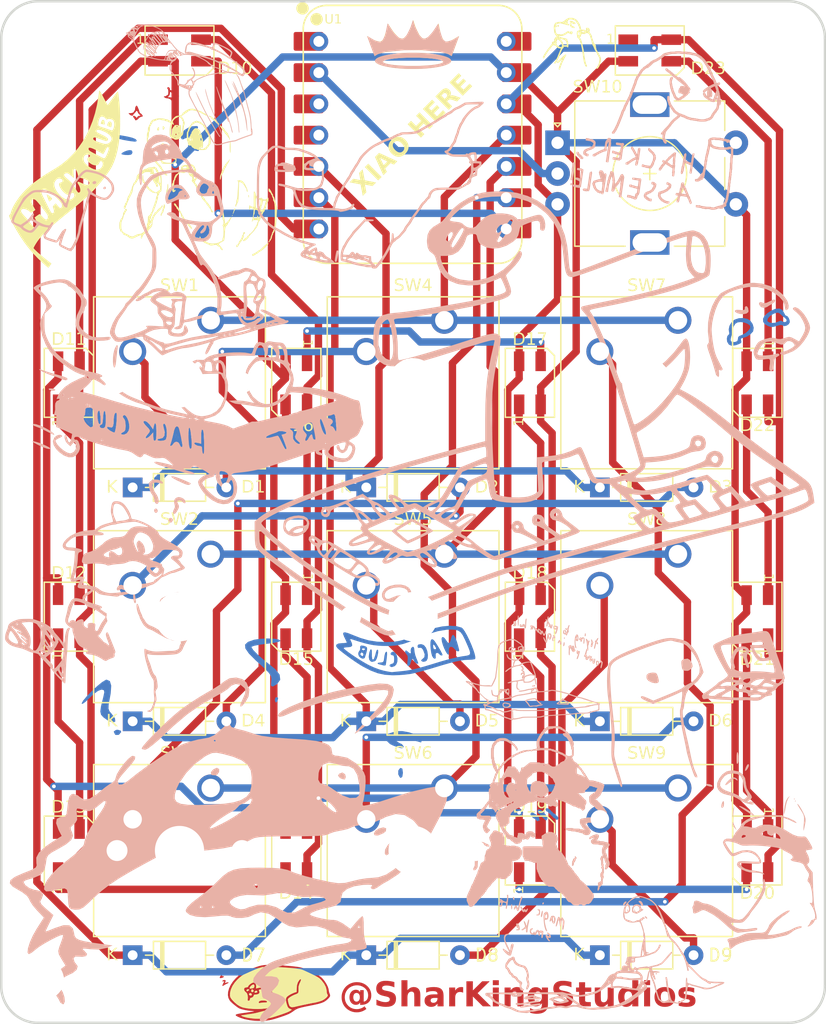
<source format=kicad_pcb>
(kicad_pcb (version 20240108) (generator "pcbnew") (generator_version "8.0")
  (title_block (title "SplashPad") (date "2025-02-07") (rev "1") (company "Logan Peterson"))
  (layers (0 "F.Cu" signal) (31 "B.Cu" signal) (34 "B.Paste" user) (35 "F.Paste" user) (36 "B.SilkS" user "B.Silkscreen") (37 "F.SilkS" user "F.Silkscreen") (38 "B.Mask" user) (39 "F.Mask" user) (44 "Edge.Cuts" user))
  (net 0 "")
  (net 1 "Net-(D1-A)")
  (net 2 "unconnected-(U1-VBUS-Pad14)")
  (net 3 "LED Data")
  (net 4 "+3.3V")
  (net 5 "GND")
  (net 6 "Net-(D10-DOUT)")
  (net 7 "Net-(D11-DOUT)")
  (net 8 "Row 0")
  (net 9 "Row 1")
  (net 10 "Row 2")
  (net 11 "Column 0")
  (net 12 "Column 1")
  (net 13 "Column 2")
  (net 14 "Pot Analog 1")
  (net 15 "Pot Button 1")
  (net 16 "Pot Analog 2")
  (net 17 "Pot Button 2")
  (net 18 "Net-(D2-A)")
  (net 19 "Net-(D3-A)")
  (net 20 "Net-(D4-A)")
  (net 21 "Net-(D5-A)")
  (net 22 "Net-(D6-A)")
  (net 23 "Net-(D7-A)")
  (net 24 "Net-(D8-A)")
  (net 25 "Net-(D9-A)")
  (net 26 "Net-(D12-DOUT)")
  (net 27 "Net-(D13-DOUT)")
  (net 28 "Net-(D14-DOUT)")
  (net 29 "Net-(D15-DOUT)")
  (net 30 "Net-(D16-DOUT)")
  (net 31 "Net-(D17-DOUT)")
  (net 32 "Net-(D18-DOUT)")
  (net 33 "Net-(D19-DOUT)")
  (net 34 "Net-(D20-DOUT)")
  (net 35 "Net-(D21-DOUT)")
  (net 36 "Net-(D22-DOUT)")
  (net 38 "unconnected-(U1-GPIO29{slash}ADC3{slash}A3-Pad4)")
  (footprint "LED_SMD:LED_SK6812MINI_PLCC4_3.5x3.5mm_P1.75mm" (layer "F.Cu") (at 138.5 135.5 90)
    (property "Reference" "D13")
    (property "Value" "SK6812MINI" (hide yes))
  )
  (footprint "LED_SMD:LED_SK6812MINI_PLCC4_3.5x3.5mm_P1.75mm" (layer "F.Cu") (at 176 116.5 90)
    (property "Reference" "D18")
    (property "Value" "SK6812MINI" (hide yes))
  )
  (footprint "Diode_THT:D_DO-35_SOD27_P7.62mm_Horizontal" (layer "F.Cu") (at 181.69 144)
    (property "Reference" "D9")
    (property "Value" "D" (hide yes))
  )
  (footprint "LED_SMD:LED_SK6812MINI_PLCC4_3.5x3.5mm_P1.75mm" (layer "F.Cu") (at 157 135.5 -90)
    (property "Reference" "D14")
    (property "Value" "SK6812MINI" (hide yes))
  )
  (footprint "Diode_THT:D_DO-35_SOD27_P7.62mm_Horizontal" (layer "F.Cu") (at 181.69 106)
    (property "Reference" "D3")
    (property "Value" "D" (hide yes))
  )
  (footprint "LOGO" (layer "F.Cu") (at 155.5 146.5)
    (property "Reference" "G***" (hide yes))
    (property "Value" "LOGO" (hide yes))
  )
  (footprint "LOGO" (layer "F.Cu") (at 166.5 70)
    (property "Reference" "G***" (hide yes))
    (property "Value" "LOGO" (hide yes))
  )
  (footprint "LED_SMD:LED_SK6812MINI_PLCC4_3.5x3.5mm_P1.75mm" (layer "F.Cu") (at 157 97.5 -90)
    (property "Reference" "D16")
    (property "Value" "SK6812MINI" (hide yes))
  )
  (footprint "LOGO" (layer "F.Cu") (at 139 80.5 55)
    (property "Reference" "G***" (hide yes))
    (property "Value" "LOGO" (hide yes))
  )
  (footprint "Button_Switch_Keyboard:SW_Cherry_MX_1.00u_PCB" (layer "F.Cu") (at 169.04 111.42)
    (property "Reference" "SW5")
    (property "Value" "SW_Push_45deg" (hide yes))
  )
  (footprint "Button_Switch_Keyboard:SW_Cherry_MX_1.00u_PCB" (layer "F.Cu") (at 188.04 111.42)
    (property "Reference" "SW8")
    (property "Value" "SW_Push_45deg" (hide yes))
  )
  (footprint "MountingHole:MountingHole_3.2mm_M3" (layer "F.Cu") (at 136.5 146)
    (property "Reference" "HOLE2" (hide yes))
    (property "Value" "3.2mm_M3")
  )
  (footprint "LED_SMD:LED_SK6812MINI_PLCC4_3.5x3.5mm_P1.75mm" (layer "F.Cu") (at 176 135.5 90)
    (property "Reference" "D19")
    (property "Value" "SK6812MINI" (hide yes))
  )
  (footprint "Diode_THT:D_DO-35_SOD27_P7.62mm_Horizontal" (layer "F.Cu") (at 181.69 125)
    (property "Reference" "D6")
    (property "Value" "D" (hide yes))
  )
  (footprint "Button_Switch_Keyboard:SW_Cherry_MX_1.00u_PCB" (layer "F.Cu") (at 169.04 130.42)
    (property "Reference" "SW6")
    (property "Value" "SW_Push_45deg" (hide yes))
  )
  (footprint "MountingHole:MountingHole_3.2mm_M3" (layer "F.Cu") (at 196.5 146)
    (property "Reference" "HOLE4" (hide yes))
    (property "Value" "3.2mm_M3")
  )
  (footprint "Button_Switch_Keyboard:SW_Cherry_MX_1.00u_PCB" (layer "F.Cu") (at 188.04 130.42)
    (property "Reference" "SW9")
    (property "Value" "SW_Push_45deg" (hide yes))
  )
  (footprint "Diode_THT:D_DO-35_SOD27_P7.62mm_Horizontal" (layer "F.Cu") (at 143.69 125)
    (property "Reference" "D4")
    (property "Value" "D" (hide yes))
  )
  (footprint "Rotary_Encoder:RotaryEncoder_Alps_EC11E-Switch_Vertical_H20mm" (layer "F.Cu") (at 178.25 78)
    (property "Reference" "SW10")
    (property "Value" "RotaryEncoder_Switch")
  )
  (footprint "LOGO" (layer "F.Cu") (at 179.5 70)
    (property "Reference" "G***" (hide yes))
    (property "Value" "LOGO" (hide yes))
  )
  (footprint "Diode_THT:D_DO-35_SOD27_P7.62mm_Horizontal" (layer "F.Cu") (at 143.69 144)
    (property "Reference" "D7")
    (property "Value" "D" (hide yes))
  )
  (footprint "LED_SMD:LED_SK6812MINI_PLCC4_3.5x3.5mm_P1.75mm" (layer "F.Cu") (at 176 97.5 90)
    (property "Reference" "D17")
    (property "Value" "SK6812MINI" (hide yes))
  )
  (footprint "Button_Switch_Keyboard:SW_Cherry_MX_1.00u_PCB" (layer "F.Cu") (at 150.04 111.42)
    (property "Reference" "SW2")
    (property "Value" "SW_Push_45deg" (hide yes))
  )
  (footprint "Diode_THT:D_DO-35_SOD27_P7.62mm_Horizontal" (layer "F.Cu") (at 162.69 106)
    (property "Reference" "D2")
    (property "Value" "D" (hide yes))
  )
  (footprint "Diode_THT:D_DO-35_SOD27_P7.62mm_Horizontal" (layer "F.Cu") (at 162.69 144)
    (property "Reference" "D8")
    (property "Value" "D" (hide yes))
  )
  (footprint "Button_Switch_Keyboard:SW_Cherry_MX_1.00u_PCB" (layer "F.Cu") (at 169.04 92.42)
    (property "Reference" "SW4")
    (property "Value" "SW_Push_45deg" (hide yes))
  )
  (footprint "Button_Switch_Keyboard:SW_Cherry_MX_1.00u_PCB" (layer "F.Cu") (at 150.04 130.42)
    (property "Reference" "SW3")
    (property "Value" "SW_Push_45deg" (hide yes))
  )
  (footprint "LOGO" (layer "F.Cu") (at 149.5 80)
    (property "Reference" "G***" (hide yes))
    (property "Value" "LOGO" (hide yes))
  )
  (footprint "LED_SMD:LED_SK6812MINI_PLCC4_3.5x3.5mm_P1.75mm" (layer "F.Cu") (at 185.75 70.5)
    (property "Reference" "D23")
    (property "Value" "SK6812MINI")
  )
  (footprint "LED_SMD:LED_SK6812MINI_PLCC4_3.5x3.5mm_P1.75mm" (layer "F.Cu") (at 194.5 97.5 -90)
    (property "Reference" "D22")
    (property "Value" "SK6812MINI" (hide yes))
  )
  (footprint "Button_Switch_Keyboard:SW_Cherry_MX_1.00u_PCB" (layer "F.Cu") (at 150.04 92.42)
    (property "Reference" "SW1")
    (property "Value" "SW_Push_45deg" (hide yes))
  )
  (footprint "LED_SMD:LED_SK6812MINI_PLCC4_3.5x3.5mm_P1.75mm" (layer "F.Cu") (at 138.5 116.5 90)
    (property "Reference" "D12")
    (property "Value" "SK6812MINI" (hide yes))
  )
  (footprint "Diode_THT:D_DO-35_SOD27_P7.62mm_Horizontal" (layer "F.Cu") (at 143.69 106)
    (property "Reference" "D1")
    (property "Value" "D" (hide yes))
  )
  (footprint "Seeed Studio XIAO Series Library:XIAO-RP2040-DIP" (layer "F.Cu") (at 166.455 77.38)
    (property "Reference" "U1")
    (property "Value" "XIAO-RP2040-DIP")
  )
  (footprint "LED_SMD:LED_SK6812MINI_PLCC4_3.5x3.5mm_P1.75mm" (layer "F.Cu") (at 194.5 116.5 -90)
    (property "Reference" "D21")
    (property "Value" "SK6812MINI" (hide yes))
  )
  (footprint "LED_SMD:LED_SK6812MINI_PLCC4_3.5x3.5mm_P1.75mm" (layer "F.Cu") (at 147.5 70.5)
    (property "Reference" "D10")
    (property "Value" "SK6812MINI")
  )
  (footprint "MountingHole:MountingHole_3.2mm_M3" (layer "F.Cu") (at 136.5 70)
    (property "Reference" "HOLE1" (hide yes))
    (property "Value" "3.2mm_M3")
  )
  (footprint "Button_Switch_Keyboard:SW_Cherry_MX_1.00u_PCB" (layer "F.Cu") (at 188.04 92.42)
    (property "Reference" "SW7")
    (property "Value" "SW_Push_45deg" (hide yes))
  )
  (footprint "LED_SMD:LED_SK6812MINI_PLCC4_3.5x3.5mm_P1.75mm" (layer "F.Cu") (at 194.5 135.5 -90)
    (property "Reference" "D20")
    (property "Value" "SK6812MINI" (hide yes))
  )
  (footprint "LED_SMD:LED_SK6812MINI_PLCC4_3.5x3.5mm_P1.75mm" (layer "F.Cu") (at 157 116.5 -90)
    (property "Reference" "D15")
    (property "Value" "SK6812MINI" (hide yes))
  )
  (footprint "Diode_THT:D_DO-35_SOD27_P7.62mm_Horizontal" (layer "F.Cu") (at 162.69 125)
    (property "Reference" "D5")
    (property "Value" "D" (hide yes))
  )
  (footprint "MountingHole:MountingHole_3.2mm_M3" (layer "F.Cu") (at 196.5 70)
    (property "Reference" "HOLE3" (hide yes))
    (property "Value" "3.2mm_M3")
  )
  (footprint "LED_SMD:LED_SK6812MINI_PLCC4_3.5x3.5mm_P1.75mm" (layer "F.Cu") (at 138.5 97.5 90)
    (property "Reference" "D11")
    (property "Value" "SK6812MINI" (hide yes))
  )
  (footprint "LOGO" (layer "B.Cu") (at 176.5 120.5 180)
    (property "Reference" "G***" (hide yes))
    (property "Value" "LOGO" (hide yes))
  )
  (footprint "LOGO" (layer "B.Cu") (at 151 133.5 180)
    (property "Reference" "G***" (hide yes))
    (property "Value" "LOGO" (hide yes))
  )
  (footprint "LOGO" (layer "B.Cu") (at 162.5 81.5 180)
    (property "Reference" "G***" (hide yes))
    (property "Value" "LOGO" (hide yes))
  )
  (footprint "LOGO" (layer "B.Cu") (at 141 115 -90)
    (property "Reference" "G***" (hide yes))
    (property "Value" "LOGO" (hide yes))
  )
  (footprint "LOGO" (layer "B.Cu") (at 186 77 180)
    (property "Reference" "G***" (hide yes))
    (property "Value" "LOGO" (hide yes))
  )
  (footprint "LOGO" (layer "B.Cu") (at 194.5 135.5 180)
    (property "Reference" "G***" (hide yes))
    (property "Value" "LOGO" (hide yes))
  )
  (footprint "LOGO" (layer "B.Cu") (at 182 143.5 180)
    (property "Reference" "G***" (hide yes))
    (property "Value" "LOGO" (hide yes))
  )
  (footprint "LOGO" (layer "B.Cu") (at 176.5 101.5 180)
    (property "Reference" "G***" (hide yes))
    (property "Value" "LOGO" (hide yes))
  )
  (footprint "LOGO" (layer "B.Cu") (at 166.5 70 180)
    (property "Reference" "G***" (hide yes))
    (property "Value" "LOGO" (hide yes))
  )
  (footprint "LOGO" (layer "B.Cu") (at 138.450123 82.890716 150)
    (property "Reference" "G***" (hide yes))
    (property "Value" "LOGO" (hide yes))
  )
  (footprint "LOGO" (layer "B.Cu") (at 148.5 73 180)
    (property "Reference" "G***" (hide yes))
    (property "Value" "LOGO" (hide yes))
  )
  (footprint "LOGO" (layer "B.Cu") (at 177 132.5 180)
    (property "Reference" "G***" (hide yes))
    (property "Value" "LOGO" (hide yes))
  )
  (footprint "LOGO" (layer "B.Cu") (at 186.858665 126.147307 -160)
    (property "Reference" "G***" (hide yes))
    (property "Value" "LOGO" (hide yes))
  )
  (footprint "SKS:OrpheusHackClubIcon" (layer "B.Cu") (at 149.092183 91.033089 180)
    (property "Reference" "G***" (hide yes))
    (property "Value" "OrpheusHackClubIcon" (hide yes))
  )
  (footprint "LOGO" (layer "B.Cu") (at 194.5 93 -160)
    (property "Reference" "G***" (hide yes))
    (property "Value" "LOGO" (hide yes))
  )
  (gr_line (start 197 149.5) (end 136 149.5) (stroke (width 0.2)) (layer "Edge.Cuts"))
  (gr_arc (start 136 149.5) (mid 133.87868 148.62132) (end 133 146.5) (stroke (width 0.2)) (layer "Edge.Cuts"))
  (gr_line (start 136 66.5) (end 197 66.5) (stroke (width 0.2)) (layer "Edge.Cuts"))
  (gr_line (start 200 69.5) (end 200 146.5) (stroke (width 0.2)) (layer "Edge.Cuts"))
  (gr_arc (start 200 146.5) (mid 199.12132 148.62132) (end 197 149.5) (stroke (width 0.2)) (layer "Edge.Cuts"))
  (gr_arc (start 133 69.5) (mid 133.87868 67.37868) (end 136 66.5) (stroke (width 0.2)) (layer "Edge.Cuts"))
  (gr_line (start 133 146.5) (end 133 69.5) (stroke (width 0.2)) (layer "Edge.Cuts"))
  (gr_arc (start 197 66.5) (mid 199.12132 67.37868) (end 200 69.5) (stroke (width 0.2)) (layer "Edge.Cuts"))
  (gr_text "@SharKingStudios" (at 160.5 148.5 0) (layer "F.Cu") (effects (font (size 2 2) (thickness 0.3) (bold yes)) (justify left bottom)))
  (gr_text "XIAO HERE" (at 166.455 77.38 45) (layer "F.SilkS") (effects (font (size 1.5 1.5) (thickness 0.3) (bold yes))))
  (segment (start 144.6902 95.9602) (end 144.6902 98.6628) (width 0.6) (layer "F.Cu") (net 1))
  (segment (start 151.31 106) (end 151.31 104.6) (width 0.6) (layer "F.Cu") (net 1))
  (segment (start 144.6902 98.6628) (end 150.6274 104.6) (width 0.6) (layer "F.Cu") (net 1))
  (segment (start 150.6274 104.6) (end 151.31 104.6) (width 0.6) (layer "F.Cu") (net 1))
  (segment (start 143.69 94.96) (end 144.6902 95.9602) (width 0.6) (layer "F.Cu") (net 1))
  (segment (start 174.91 69.76) (end 174.075 69.76) (width 0.6) (layer "F.Cu") (net 2))
  (segment (start 149.25 71.375) (end 150.65 71.375) (width 0.6) (layer "F.Cu") (net 3))
  (segment (start 174.91 85) (end 174.075 85) (width 0.6) (layer "F.Cu") (net 3))
  (segment (start 150.65 71.375) (end 150.65 83.7301) (width 0.6) (layer "F.Cu") (net 3))
  (via (at 150.65 83.7301) (size 0.6) (drill 0.3) (layers "F.Cu" "B.Cu") (net 3))
  (segment (start 174.075 85) (end 172.8051 83.7301) (width 0.6) (layer "B.Cu") (net 3))
  (segment (start 172.8051 83.7301) (end 150.65 83.7301) (width 0.6) (layer "B.Cu") (net 3))
  (segment (start 158.8016 120.5766) (end 158.8016 131.2455) (width 0.6) (layer "F.Cu") (net 4))
  (segment (start 186.1 70.3063) (end 186.1 69.625) (width 0.6) (layer "F.Cu") (net 4))
  (segment (start 174.1971 98.0779) (end 175.125 97.15) (width 0.6) (layer "F.Cu") (net 4))
  (segment (start 175.125 114.75) (end 175.125 116.15) (width 0.6) (layer "F.Cu") (net 4))
  (segment (start 137.625 114.75) (end 137.625 113.35) (width 0.6) (layer "F.Cu") (net 4))
  (segment (start 175.125 95.75) (end 175.125 93.8613) (width 0.6) (layer "F.Cu") (net 4))
  (segment (start 174.9692 74.84) (end 176.6719 76.5427) (width 0.6) (layer "F.Cu") (net 4))
  (segment (start 187.5 69.625) (end 188.9 69.625) (width 0.6) (layer "F.Cu") (net 4))
  (segment (start 195.375 118.25) (end 195.375 119.65) (width 0.6) (layer "F.Cu") (net 4))
  (segment (start 157.875 99.25) (end 157.875 97.85) (width 0.6) (layer "F.Cu") (net 4))
  (segment (start 196.3017 134.9233) (end 196.3017 119.65) (width 0.6) (layer "F.Cu") (net 4))
  (segment (start 176.6719 76.5427) (end 176.6719 81.4219) (width 0.6) (layer "F.Cu") (net 4))
  (segment (start 196.3017 100.65) (end 196.3017 77.0267) (width 0.6) (layer "F.Cu") (net 4))
  (segment (start 158.8017 115.9233) (end 157.875 116.85) (width 0.6) (layer "F.Cu") (net 4))
  (segment (start 150.65 69.625) (end 154.9804 73.9554) (width 0.6) (layer "F.Cu") (net 4))
  (segment (start 195.375 99.25) (end 195.375 100.65) (width 0.6) (layer "F.Cu") (net 4))
  (segment (start 196.3017 119.65) (end 195.375 119.65) (width 0.6) (layer "F.Cu") (net 4))
  (segment (start 137.625 133.75) (end 137.625 132.6) (width 0.6) (layer "F.Cu") (net 4))
  (segment (start 175.125 133.75) (end 175.125 132.4309) (width 0.6) (layer "F.Cu") (net 4))
  (segment (start 157.875 119.65) (end 158.8016 120.5766) (width 0.6) (layer "F.Cu") (net 4))
  (segment (start 175.125 113.35) (end 174.1971 112.4221) (width 0.6) (layer "F.Cu") (net 4))
  (segment (start 136.6983 113.35) (end 136.6983 129.7008) (width 0.6) (layer "F.Cu") (net 4))
  (segment (start 158.8017 134.9233) (end 157.875 135.85) (width 0.6) (layer "F.Cu") (net 4))
  (segment (start 137.625 132.6) (end 137.625 130.6275) (width 0.6) (layer "F.Cu") (net 4))
  (segment (start 136.6983 113.35) (end 137.625 113.35) (width 0.6) (layer "F.Cu") (net 4))
  (segment (start 195.375 137.25) (end 195.375 135.85) (width 0.6) (layer "F.Cu") (net 4))
  (segment (start 178.25 90.7363) (end 178.25 83) (width 0.6) (layer "F.Cu") (net 4))
  (segment (start 195.375 135.85) (end 196.3017 134.9233) (width 0.6) (layer "F.Cu") (net 4))
  (segment (start 196.3017 119.65) (end 196.3017 100.65) (width 0.6) (layer "F.Cu") (net 4))
  (segment (start 174.1983 131.5042) (end 174.1983 117.0767) (width 0.6) (layer "F.Cu") (net 4))
  (segment (start 175.125 132.4309) (end 174.1983 131.5042) (width 0.6) (layer "F.Cu") (net 4))
  (segment (start 175.125 95.75) (end 175.125 97.15) (width 0.6) (layer "F.Cu") (net 4))
  (segment (start 174.1971 112.4221) (end 174.1971 98.0779) (width 0.6) (layer "F.Cu") (net 4))
  (segment (start 137.625 95.75) (end 137.625 97.15) (width 0.6) (layer "F.Cu") (net 4))
  (segment (start 175.125 93.8613) (end 178.25 90.7363) (width 0.6) (layer "F.Cu") (net 4))
  (segment (start 158.8017 101.5767) (end 158.8017 115.9233) (width 0.6) (layer "F.Cu") (net 4))
  (segment (start 158.8016 131.2455) (end 158.8017 131.2455) (width 0.6) (layer "F.Cu") (net 4))
  (segment (start 136.6983 129.7008) (end 137.2827 130.2852) (width 0.6) (layer "F.Cu") (net 4))
  (segment (start 157.875 99.25) (end 157.875 100.65) (width 0.6) (layer "F.Cu") (net 4))
  (segment (start 158.8017 92.532) (end 158.8017 96.9233) (width 0.6) (layer "F.Cu") (net 4))
  (segment (start 176.6719 81.4219) (end 178.25 83) (width 0.6) (layer "F.Cu") (net 4))
  (segment (start 154.9804 73.9554) (end 154.9804 88.7107) (width 0.6) (layer "F.Cu") (net 4))
  (segment (start 149.25 69.625) (end 150.65 69.625) (width 0.6) (layer "F.Cu") (net 4))
  (segment (start 174.1983 117.0767) (end 175.125 116.15) (width 0.6) (layer "F.Cu") (net 4))
  (segment (start 158.8017 96.9233) (end 157.875 97.85) (width 0.6) (layer "F.Cu") (net 4))
  (segment (start 157.875 118.25) (end 157.875 119.65) (width 0.6) (layer "F.Cu") (net 4))
  (segment (start 196.3017 100.65) (end 195.375 100.65) (width 0.6) (layer "F.Cu") (net 4))
  (segment (start 174.91 74.84) (end 174.9692 74.84) (width 0.6) (layer "F.Cu") (net 4))
  (segment (start 157.875 100.65) (end 158.8017 101.5767) (width 0.6) (layer "F.Cu") (net 4))
  (segment (start 158.8017 131.2455) (end 158.8017 134.9233) (width 0.6) (layer "F.Cu") (net 4))
  (segment (start 157.875 137.25) (end 157.875 135.85) (width 0.6) (layer "F.Cu") (net 4))
  (segment (start 136.6983 98.0767) (end 136.6983 113.35) (width 0.6) (layer "F.Cu") (net 4))
  (segment (start 137.625 130.6275) (end 137.2827 130.2852) (width 0.6) (layer "F.Cu") (net 4))
  (segment (start 187.5 69.625) (end 186.1 69.625) (width 0.6) (layer "F.Cu") (net 4))
  (segment (start 196.3017 77.0267) (end 188.9 69.625) (width 0.6) (layer "F.Cu") (net 4))
  (segment (start 137.625 97.15) (end 136.6983 98.0767) (width 0.6) (layer "F.Cu") (net 4))
  (segment (start 154.9804 88.7107) (end 158.8017 92.532) (width 0.6) (layer "F.Cu") (net 4))
  (segment (start 175.125 114.75) (end 175.125 113.35) (width 0.6) (layer "F.Cu") (net 4))
  (segment (start 174.91 74.84) (end 174.075 74.84) (width 0.6) (layer "F.Cu") (net 4))
  (segment (start 157.875 118.25) (end 157.875 116.85) (width 0.6) (layer "F.Cu") (net 4))
  (via (at 137.2827 130.2852) (size 0.6) (drill 0.3) (layers "F.Cu" "B.Cu") (net 4))
  (via (at 158.8017 131.2455) (size 0.6) (drill 0.3) (layers "F.Cu" "B.Cu") (net 4))
  (via (at 175.125 132.4309) (size 0.6) (drill 0.3) (layers "F.Cu" "B.Cu") (net 4))
  (via (at 186.1 70.3063) (size 0.6) (drill 0.3) (layers "F.Cu" "B.Cu") (net 4))
  (segment (start 147.64 130.2852) (end 149.3765 132.0217) (width 0.6) (layer "B.Cu") (net 4))
  (segment (start 167.3204 132.4309) (end 166.135 131.2455) (width 0.6) (layer "B.Cu") (net 4))
  (segment (start 166.135 131.2455) (end 158.8017 131.2455) (width 0.6) (layer "B.Cu") (net 4))
  (segment (start 178.6087 70.3063) (end 186.1 70.3063) (width 0.6) (layer "B.Cu") (net 4))
  (segment (start 174.075 74.84) (end 178.6087 70.3063) (width 0.6) (layer "B.Cu") (net 4))
  (segment (start 175.125 132.4309) (end 167.3204 132.4309) (width 0.6) (layer "B.Cu") (net 4))
  (segment (start 158.0255 132.0217) (end 158.8017 131.2455) (width 0.6) (layer "B.Cu") (net 4))
  (segment (start 149.3765 132.0217) (end 158.0255 132.0217) (width 0.6) (layer "B.Cu") (net 4))
  (segment (start 137.2827 130.2852) (end 147.64 130.2852) (width 0.6) (layer "B.Cu") (net 4))
  (segment (start 154.1802 95.2052) (end 156.125 97.15) (width 0.6) (layer "F.Cu") (net 5))
  (segment (start 193.625 83.875) (end 193.625 95.75) (width 0.6) (layer "F.Cu") (net 5))
  (segment (start 145.75 71.375) (end 147.15 71.375) (width 0.6) (layer "F.Cu") (net 5))
  (segment (start 147.15 71.375) (end 147.15 79.7697) (width 0.6) (layer "F.Cu") (net 5))
  (segment (start 139.375 135.85) (end 140.3017 134.9233) (width 0.6) (layer "F.Cu") (net 5))
  (segment (start 179.7644 94.9606) (end 176.875 97.85) (width 0.6) (layer "F.Cu") (net 5))
  (segment (start 192.75 83) (end 193.625 83.875) (width 0.6) (layer "F.Cu") (net 5))
  (segment (start 139.375 118.25) (end 139.375 116.85) (width 0.6) (layer "F.Cu") (net 5))
  (segment (start 193.625 114.8998) (end 192.6888 113.9636) (width 0.6) (layer "F.Cu") (net 5))
  (segment (start 139.375 99.25) (end 139.375 100.65) (width 0.6) (layer "F.Cu") (net 5))
  (segment (start 139.375 118.25) (end 139.375 119.65) (width 0.6) (layer "F.Cu") (net 5))
  (segment (start 192.6888 113.9636) (end 192.6888 98.0862) (width 0.6) (layer "F.Cu") (net 5))
  (segment (start 193.625 114.75) (end 193.625 114.8998) (width 0.6) (layer "F.Cu") (net 5))
  (segment (start 176.875 135.85) (end 177.8017 134.9233) (width 0.6) (layer "F.Cu") (net 5))
  (segment (start 156.125 133.75) (end 156.125 132.35) (width 0.6) (layer "F.Cu") (net 5))
  (segment (start 140.4 96.825) (end 139.375 97.85) (width 0.6) (layer "F.Cu") (net 5))
  (segment (start 139.375 137.25) (end 139.375 135.85) (width 0.6) (layer "F.Cu") (net 5))
  (segment (start 140.3017 134.9233) (end 140.3017 120.5767) (width 0.6) (layer "F.Cu") (net 5))
  (segment (start 140.3017 120.5767) (end 139.375 119.65) (width 0.6) (layer "F.Cu") (net 5))
  (segment (start 193.625 115.025) (end 193.625 114.8998) (width 0.6) (layer "F.Cu") (net 5))
  (segment (start 177.8017 134.9233) (end 177.8017 120.5767) (width 0.6) (layer "F.Cu") (net 5))
  (segment (start 156.125 113.35) (end 155.173 112.398) (width 0.6) (layer "F.Cu") (net 5))
  (segment (start 176.875 118.25) (end 176.875 119.65) (width 0.6) (layer "F.Cu") (net 5))
  (segment (start 192.6888 117.0862) (end 192.6888 131.4138) (width 0.6) (layer "F.Cu") (net 5))
  (segment (start 156.125 114.75) (end 156.125 116.15) (width 0.6) (layer "F.Cu") (net 5))
  (segment (start 156.125 132.35) (end 155.1717 131.3967) (width 0.6) (layer "F.Cu") (net 5))
  (segment (start 176.875 118.25) (end 176.875 116.85) (width 0.6) (layer "F.Cu") (net 5))
  (segment (start 140.3112 115.9138) (end 140.3112 101.5862) (width 0.6) (layer "F.Cu") (net 5))
  (segment (start 178.25 78) (end 178.25 75.5295) (width 0.6) (layer "F.Cu") (net 5))
  (segment (start 193.625 95.75) (end 193.625 97.15) (width 0.6) (layer "F.Cu") (net 5))
  (segment (start 156.125 114.75) (end 156.125 113.35) (width 0.6) (layer "F.Cu") (net 5))
  (segment (start 154.1802 92.9036) (end 154.1802 95.2052) (width 0.6) (layer "F.Cu") (net 5))
  (segment (start 177.81 115.915) (end 177.81 101.585) (width 0.6) (layer "F.Cu") (net 5))
  (segment (start 140.4 75.325) (end 140.4 96.825) (width 0.6) (layer "F.Cu") (net 5))
  (segment (start 192.6888 98.0862) (end 193.625 97.15) (width 0.6) (layer "F.Cu") (net 5))
  (segment (start 147.15 79.7697) (end 147.15 85.8734) (width 0.6) (layer "F.Cu") (net 5))
  (segment (start 174.91 72.3) (end 174.075 72.3) (width 0.6) (layer "F.Cu") (net 5))
  (segment (start 177.81 101.585) (end 176.875 100.65) (width 0.6) (layer "F.Cu") (net 5))
  (segment (start 155.173 112.398) (end 155.173 98.102) (width 0.6) (layer "F.Cu") (net 5))
  (segment (start 179.7644 79.5144) (end 179.7644 94.9606) (width 0.6) (layer "F.Cu") (net 5))
  (segment (start 176.875 98.55) (end 176.875 97.85) (width 0.6) (layer "F.Cu") (net 5))
  (segment (start 140.3112 101.5862) (end 139.375 100.65) (width 0.6) (layer "F.Cu") (net 5))
  (segment (start 193.625 133.75) (end 193.625 132.35) (width 0.6) (layer "F.Cu") (net 5))
  (segment (start 176.875 116.85) (end 177.81 115.915) (width 0.6) (layer "F.Cu") (net 5))
  (segment (start 175.0205 72.3) (end 174.91 72.3) (width 0.6) (layer "F.Cu") (net 5))
  (segment (start 178.25 78) (end 179.7644 79.5144) (width 0.6) (layer "F.Cu") (net 5))
  (segment (start 176.875 98.55) (end 176.875 99.25) (width 0.6) (layer "F.Cu") (net 5))
  (segment (start 147.15 85.8734) (end 154.1802 92.9036) (width 0.6) (layer "F.Cu") (net 5))
  (segment (start 139.375 99.25) (end 139.375 97.85) (width 0.6) (layer "F.Cu") (net 5))
  (segment (start 182.4045 71.375) (end 178.25 75.5295) (width 0.6) (layer "F.Cu") (net 5))
  (segment (start 184 71.375) (end 182.4045 71.375) (width 0.6) (layer "F.Cu") (net 5))
  (segment (start 156.125 95.75) (end 156.125 97.15) (width 0.6) (layer "F.Cu") (net 5))
  (segment (start 139.375 116.85) (end 140.3112 115.9138) (width 0.6) (layer "F.Cu") (net 5))
  (segment (start 155.1717 117.1033) (end 156.125 116.15) (width 0.6) (layer "F.Cu") (net 5))
  (segment (start 178.25 75.5295) (end 175.0205 72.3) (width 0.6) (layer "F.Cu") (net 5))
  (segment (start 177.8017 120.5767) (end 176.875 119.65) (width 0.6) (layer "F.Cu") (net 5))
  (segment (start 176.875 137.25) (end 176.875 135.85) (width 0.6) (layer "F.Cu") (net 5))
  (segment (start 145.75 71.375) (end 144.35 71.375) (width 0.6) (layer "F.Cu") (net 5))
  (segment (start 176.875 99.25) (end 176.875 100.65) (width 0.6) (layer "F.Cu") (net 5))
  (segment (start 193.625 115.025) (end 193.625 116.15) (width 0.6) (layer "F.Cu") (net 5))
  (segment (start 193.625 116.15) (end 192.6888 117.0862) (width 0.6) (layer "F.Cu") (net 5))
  (segment (start 155.173 98.102) (end 156.125 97.15) (width 0.6) (layer "F.Cu") (net 5))
  (segment (start 144.35 71.375) (end 140.4 75.325) (width 0.6) (layer "F.Cu") (net 5))
  (segment (start 155.1717 131.3967) (end 155.1717 117.1033) (width 0.6) (layer "F.Cu") (net 5))
  (segment (start 192.6888 131.4138) (end 193.625 132.35) (width 0.6) (layer "F.Cu") (net 5))
  (via (at 147.15 79.7697) (size 0.6) (drill 0.3) (layers "F.Cu" "B.Cu") (net 5))
  (segment (start 187.75 78) (end 192.75 83) (width 0.6) (layer "B.Cu") (net 5))
  (segment (start 172.805 71.03) (end 155.8897 71.03) (width 0.6) (layer "B.Cu") (net 5))
  (segment (start 155.8897 71.03) (end 147.15 79.7697) (width 0.6) (layer "B.Cu") (net 5))
  (segment (start 178.25 78) (end 187.75 78) (width 0.6) (layer "B.Cu") (net 5))
  (segment (start 174.075 72.3) (end 172.805 71.03) (width 0.6) (layer "B.Cu") (net 5))
  (segment (start 144.35 69.625) (end 139.375 74.6) (width 0.6) (layer "F.Cu") (net 6))
  (segment (start 145.75 69.625) (end 144.35 69.625) (width 0.6) (layer "F.Cu") (net 6))
  (segment (start 139.375 74.6) (end 139.375 94.35) (width 0.6) (layer "F.Cu") (net 6))
  (segment (start 139.375 95.75) (end 139.375 94.35) (width 0.6) (layer "F.Cu") (net 6))
  (segment (start 137.625 100.65) (end 139.375 102.4) (width 0.6) (layer "F.Cu") (net 7))
  (segment (start 137.625 99.25) (end 137.625 100.65) (width 0.6) (layer "F.Cu") (net 7))
  (segment (start 139.375 102.4) (end 139.375 114.75) (width 0.6) (layer "F.Cu") (net 7))
  (segment (start 163.7241 96.2878) (end 163.7241 103.5659) (width 0.6) (layer "F.Cu") (net 8))
  (segment (start 158 79.92) (end 158.835 79.92) (width 0.6) (layer "F.Cu") (net 8))
  (segment (start 158.835 79.92) (end 164.2996 85.3846) (width 0.6) (layer "F.Cu") (net 8))
  (segment (start 163.7241 103.5659) (end 162.69 104.6) (width 0.6) (layer "F.Cu") (net 8))
  (segment (start 164.2996 95.7123) (end 163.7241 96.2878) (width 0.6) (layer "F.Cu") (net 8))
  (segment (start 164.2996 85.3846) (end 164.2996 95.7123) (width 0.6) (layer "F.Cu") (net 8))
  (segment (start 162.69 106) (end 162.69 104.6) (width 0.6) (layer "F.Cu") (net 8))
  (segment (start 161.29 104.6588) (end 178.9488 104.6588) (width 0.6) (layer "B.Cu") (net 8))
  (segment (start 143.69 106) (end 145.09 106) (width 0.6) (layer "B.Cu") (net 8))
  (segment (start 181.69 106) (end 180.29 106) (width 0.6) (layer "B.Cu") (net 8))
  (segment (start 146.4312 104.6588) (end 161.29 104.6588) (width 0.6) (layer "B.Cu") (net 8))
  (segment (start 145.09 106) (end 146.4312 104.6588) (width 0.6) (layer "B.Cu") (net 8))
  (segment (start 178.9488 104.6588) (end 180.29 106) (width 0.6) (layer "B.Cu") (net 8))
  (segment (start 161.29 104.6588) (end 161.29 106) (width 0.6) (layer "B.Cu") (net 8))
  (segment (start 162.69 106) (end 161.29 106) (width 0.6) (layer "B.Cu") (net 8))
  (segment (start 158.835 82.46) (end 160.1326 83.7576) (width 0.6) (layer "F.Cu") (net 9))
  (segment (start 160.1326 94.7561) (end 159.7452 95.1435) (width 0.6) (layer "F.Cu") (net 9))
  (segment (start 159.7452 95.1435) (end 159.7452 120.6552) (width 0.6) (layer "F.Cu") (net 9))
  (segment (start 160.1326 83.7576) (end 160.1326 94.7561) (width 0.6) (layer "F.Cu") (net 9))
  (segment (start 159.7452 120.6552) (end 162.69 123.6) (width 0.6) (layer "F.Cu") (net 9))
  (segment (start 162.69 125) (end 162.69 123.6) (width 0.6) (layer "F.Cu") (net 9))
  (segment (start 158 82.46) (end 158.835 82.46) (width 0.6) (layer "F.Cu") (net 9))
  (segment (start 146.4196 126.3296) (end 159.9604 126.3296) (width 0.6) (layer "B.Cu") (net 9))
  (segment (start 145.09 125) (end 146.4196 126.3296) (width 0.6) (layer "B.Cu") (net 9))
  (segment (start 143.69 125) (end 145.09 125) (width 0.6) (layer "B.Cu") (net 9))
  (segment (start 159.9604 126.3296) (end 161.29 125) (width 0.6) (layer "B.Cu") (net 9))
  (segment (start 164.09 125) (end 165.4526 123.6374) (width 0.6) (layer "B.Cu") (net 9))
  (segment (start 162.69 125) (end 164.09 125) (width 0.6) (layer "B.Cu") (net 9))
  (segment (start 178.9274 123.6374) (end 180.29 125) (width 0.6) (layer "B.Cu") (net 9))
  (segment (start 162.69 125) (end 161.29 125) (width 0.6) (layer "B.Cu") (net 9))
  (segment (start 165.4526 123.6374) (end 178.9274 123.6374) (width 0.6) (layer "B.Cu") (net 9))
  (segment (start 181.69 125) (end 180.29 125) (width 0.6) (layer "B.Cu") (net 9))
  (segment (start 158 85) (end 156.784 85) (width 0.6) (layer "F.Cu") (net 10))
  (segment (start 155.7804 73.624029) (end 150.856371 68.7) (width 0.6) (layer "F.Cu") (net 10))
  (segment (start 156.784 85) (end 155.7804 83.9964) (width 0.6) (layer "F.Cu") (net 10))
  (segment (start 141.843629 144) (end 143.69 144) (width 0.6) (layer "F.Cu") (net 10))
  (segment (start 155.7804 83.9964) (end 155.7804 73.624029) (width 0.6) (layer "F.Cu") (net 10))
  (segment (start 158.835 85) (end 158 85) (width 0.6) (layer "F.Cu") (net 10))
  (segment (start 135.8983 76.945329) (end 135.8983 138.054671) (width 0.6) (layer "F.Cu") (net 10))
  (segment (start 150.856371 68.7) (end 144.143629 68.7) (width 0.6) (layer "F.Cu") (net 10))
  (segment (start 144.143629 68.7) (end 135.8983 76.945329) (width 0.6) (layer "F.Cu") (net 10))
  (segment (start 135.8983 138.054671) (end 141.843629 144) (width 0.6) (layer "F.Cu") (net 10))
  (segment (start 181.69 144) (end 180.29 144) (width 0.6) (layer "B.Cu") (net 10))
  (segment (start 162.69 144) (end 164.09 144) (width 0.6) (layer "B.Cu") (net 10))
  (segment (start 164.09 144) (end 165.456 142.634) (width 0.6) (layer "B.Cu") (net 10))
  (segment (start 143.69 144) (end 145.09 144) (width 0.6) (layer "B.Cu") (net 10))
  (segment (start 161.29 144) (end 159.9393 145.3507) (width 0.6) (layer "B.Cu") (net 10))
  (segment (start 159.9393 145.3507) (end 146.4407 145.3507) (width 0.6) (layer "B.Cu") (net 10))
  (segment (start 165.456 142.634) (end 178.924 142.634) (width 0.6) (layer "B.Cu") (net 10))
  (segment (start 178.924 142.634) (end 180.29 144) (width 0.6) (layer "B.Cu") (net 10))
  (segment (start 161.99 144) (end 161.29 144) (width 0.6) (layer "B.Cu") (net 10))
  (segment (start 161.99 144) (end 162.69 144) (width 0.6) (layer "B.Cu") (net 10))
  (segment (start 146.4407 145.3507) (end 145.09 144) (width 0.6) (layer "B.Cu") (net 10))
  (segment (start 169.04 82.415) (end 169.04 92.42) (width 0.6) (layer "F.Cu") (net 11))
  (segment (start 174.075 77.38) (end 169.04 82.415) (width 0.6) (layer "F.Cu") (net 11))
  (segment (start 174.91 77.38) (end 174.075 77.38) (width 0.6) (layer "F.Cu") (net 11))
  (segment (start 188.04 92.42) (end 169.04 92.42) (width 0.6) (layer "B.Cu") (net 11))
  (segment (start 169.04 92.42) (end 150.04 92.42) (width 0.6) (layer "B.Cu") (net 11))
  (segment (start 174.075 79.92) (end 172.7674 81.2276) (width 0.6) (layer "F.Cu") (net 12))
  (segment (start 174.91 79.92) (end 174.075 79.92) (width 0.6) (layer "F.Cu") (net 12))
  (segment (start 172.7674 96.1645) (end 173.2332 96.6303) (width 0.6) (layer "F.Cu") (net 12))
  (segment (start 173.2332 96.6303) (end 173.2332 107.2268) (width 0.6) (layer "F.Cu") (net 12))
  (segment (start 173.2332 107.2268) (end 169.04 111.42) (width 0.6) (layer "F.Cu") (net 12))
  (segment (start 172.7674 81.2276) (end 172.7674 96.1645) (width 0.6) (layer "F.Cu") (net 12))
  (segment (start 150.04 111.42) (end 169.04 111.42) (width 0.6) (layer "B.Cu") (net 12))
  (segment (start 188.04 111.42) (end 169.04 111.42) (width 0.6) (layer "B.Cu") (net 12))
  (segment (start 169.7005 114.6019) (end 167.4041 112.3055) (width 0.6) (layer "F.Cu") (net 13))
  (segment (start 169.7005 119.8192) (end 169.7005 114.6019) (width 0.6) (layer "F.Cu") (net 13))
  (segment (start 171.6149 127.8451) (end 171.6149 121.7336) (width 0.6) (layer "F.Cu") (net 13))
  (segment (start 169.7005 95.8998) (end 171.6754 93.9249) (width 0.6) (layer "F.Cu") (net 13))
  (segment (start 169.04 130.42) (end 171.6149 127.8451) (width 0.6) (layer "F.Cu") (net 13))
  (segment (start 167.4041 106.5459) (end 169.7005 104.2495) (width 0.6) (layer "F.Cu") (net 13))
  (segment (start 174.075 82.46) (end 174.91 82.46) (width 0.6) (layer "F.Cu") (net 13))
  (segment (start 171.6149 121.7336) (end 169.7005 119.8192) (width 0.6) (layer "F.Cu") (net 13))
  (segment (start 167.4041 112.3055) (end 167.4041 106.5459) (width 0.6) (layer "F.Cu") (net 13))
  (segment (start 169.7005 104.2495) (end 169.7005 95.8998) (width 0.6) (layer "F.Cu") (net 13))
  (segment (start 171.6754 93.9249) (end 171.6754 82.46) (width 0.6) (layer "F.Cu") (net 13))
  (via (at 171.6754 82.46) (size 0.6) (drill 0.3) (layers "F.Cu" "B.Cu") (net 13))
  (segment (start 188.04 130.42) (end 169.04 130.42) (width 0.6) (layer "B.Cu") (net 13))
  (segment (start 174.075 82.46) (end 171.6754 82.46) (width 0.6) (layer "B.Cu") (net 13))
  (segment (start 169.04 130.42) (end 150.04 130.42) (width 0.6) (layer "B.Cu") (net 13))
  (segment (start 158.835 69.76) (end 158 69.76) (width 0.6) (layer "F.Cu") (net 14))
  (segment (start 158.835 74.84) (end 158 74.84) (width 0.6) (layer "F.Cu") (net 15))
  (segment (start 158.835 72.3) (end 158 72.3) (width 0.6) (layer "F.Cu") (net 16))
  (segment (start 165.1787 78.6437) (end 175.1291 78.6437) (width 0.6) (layer "B.Cu") (net 16))
  (segment (start 158.835 72.3) (end 165.1787 78.6437) (width 0.6) (layer "B.Cu") (net 16))
  (segment (start 176.9854 80.5) (end 178.25 80.5) (width 0.6) (layer "B.Cu") (net 16))
  (segment (start 175.1291 78.6437) (end 176.9854 80.5) (width 0.6) (layer "B.Cu") (net 16))
  (segment (start 169.9788 108.3112) (end 170.31 107.98) (width 0.6) (layer "F.Cu") (net 18))
  (segment (start 170.31 107.98) (end 170.31 106) (width 0.6) (layer "F.Cu") (net 18))
  (via (at 169.9788 108.3112) (size 0.6) (drill 0.3) (layers "F.Cu" "B.Cu") (net 18))
  (segment (start 143.69 113.96) (end 149.3388 108.3112) (width 0.6) (layer "B.Cu") (net 18))
  (segment (start 149.3388 108.3112) (end 169.9788 108.3112) (width 0.6) (layer "B.Cu") (net 18))
  (segment (start 143.69 130.26) (end 143.69 132.96) (width 0.6) (layer "F.Cu") (net 19))
  (segment (start 152.2463 107.3017) (end 152.2463 114.2937) (width 0.6) (layer "F.Cu") (net 19))
  (segment (start 150.5083 116.0317) (end 150.5083 123.4417) (width 0.6) (layer "F.Cu") (net 19))
  (segment (start 150.5083 123.4417) (end 143.69 130.26) (width 0.6) (layer "F.Cu") (net 19))
  (segment (start 152.2463 114.2937) (end 150.5083 116.0317) (width 0.6) (layer "F.Cu") (net 19))
  (via (at 152.2463 107.3017) (size 0.6) (drill 0.3) (layers "F.Cu" "B.Cu") (net 19))
  (segment (start 187.91 106) (end 186.6083 107.3017) (width 0.6) (layer "B.Cu") (net 19))
  (segment (start 189.31 106) (end 187.91 106) (width 0.6) (layer "B.Cu") (net 19))
  (segment (start 186.6083 107.3017) (end 152.2463 107.3017) (width 0.6) (layer "B.Cu") (net 19))
  (segment (start 151.31 123.6) (end 154.2249 120.6851) (width 0.6) (layer "F.Cu") (net 20))
  (segment (start 150.9783 98.1635) (end 150.9783 94.96) (width 0.6) (layer "F.Cu") (net 20))
  (segment (start 154.2249 101.4101) (end 150.9783 98.1635) (width 0.6) (layer "F.Cu") (net 20))
  (segment (start 151.31 125) (end 151.31 123.6) (width 0.6) (layer "F.Cu") (net 20))
  (segment (start 154.2249 120.6851) (end 154.2249 101.4101) (width 0.6) (layer "F.Cu") (net 20))
  (via (at 150.9783 94.96) (size 0.6) (drill 0.3) (layers "F.Cu" "B.Cu") (net 20))
  (segment (start 162.69 94.96) (end 150.9783 94.96) (width 0.6) (layer "B.Cu") (net 20))
  (segment (start 163.2996 114.5696) (end 163.2996 117.2722) (width 0.6) (layer "F.Cu") (net 21))
  (segment (start 170.31 125) (end 170.31 123.6) (width 0.6) (layer "F.Cu") (net 21))
  (segment (start 162.69 113.96) (end 163.2996 114.5696) (width 0.6) (layer "F.Cu") (net 21))
  (segment (start 163.2996 117.2722) (end 169.6274 123.6) (width 0.6) (layer "F.Cu") (net 21))
  (segment (start 169.6274 123.6) (end 170.31 123.6) (width 0.6) (layer "F.Cu") (net 21))
  (segment (start 162.69 132.96) (end 162.69 126.3017) (width 0.6) (layer "F.Cu") (net 22))
  (via (at 162.69 126.3017) (size 0.6) (drill 0.3) (layers "F.Cu" "B.Cu") (net 22))
  (segment (start 186.6083 126.3017) (end 162.69 126.3017) (width 0.6) (layer "B.Cu") (net 22))
  (segment (start 187.91 125) (end 186.6083 126.3017) (width 0.6) (layer "B.Cu") (net 22))
  (segment (start 189.31 125) (end 187.91 125) (width 0.6) (layer "B.Cu") (net 22))
  (segment (start 188.3867 132.6133) (end 188.3867 138.2502) (width 0.6) (layer "F.Cu") (net 23))
  (segment (start 182.7312 96.0012) (end 182.7312 103.9765) (width 0.6) (layer "F.Cu") (net 23))
  (segment (start 188.8102 115.3136) (end 188.8102 121.8942) (width 0.6) (layer "F.Cu") (net 23))
  (segment (start 188.8102 121.8942) (end 190.6597 123.7437) (width 0.6) (layer "F.Cu") (net 23))
  (segment (start 188.3867 138.2502) (end 186.9774 139.6595) (width 0.6) (layer "F.Cu") (net 23))
  (segment (start 186.4383 112.9417) (end 188.8102 115.3136) (width 0.6) (layer "F.Cu") (net 23))
  (segment (start 190.6597 123.7437) (end 190.6597 130.3403) (width 0.6) (layer "F.Cu") (net 23))
  (segment (start 190.6597 130.3403) (end 188.3867 132.6133) (width 0.6) (layer "F.Cu") (net 23))
  (segment (start 186.4383 107.6836) (end 186.4383 112.9417) (width 0.6) (layer "F.Cu") (net 23))
  (segment (start 181.69 94.96) (end 182.7312 96.0012) (width 0.6) (layer "F.Cu") (net 23))
  (segment (start 182.7312 103.9765) (end 186.4383 107.6836) (width 0.6) (layer "F.Cu") (net 23))
  (via (at 186.9774 139.6595) (size 0.6) (drill 0.3) (layers "F.Cu" "B.Cu") (net 23))
  (segment (start 152.71 144) (end 157.0505 139.6595) (width 0.6) (layer "B.Cu") (net 23))
  (segment (start 151.31 144) (end 152.71 144) (width 0.6) (layer "B.Cu") (net 23))
  (segment (start 157.0505 139.6595) (end 186.9774 139.6595) (width 0.6) (layer "B.Cu") (net 23))
  (segment (start 182.0455 120.3463) (end 182.0455 114.3155) (width 0.6) (layer "F.Cu") (net 24))
  (segment (start 178.6034 137.4643) (end 178.6034 123.7884) (width 0.6) (layer "F.Cu") (net 24))
  (segment (start 182.0455 114.3155) (end 181.69 113.96) (width 0.6) (layer "F.Cu") (net 24))
  (segment (start 170.31 144) (end 172.0677 144) (width 0.6) (layer "F.Cu") (net 24))
  (segment (start 172.0677 144) (end 178.6034 137.4643) (width 0.6) (layer "F.Cu") (net 24))
  (segment (start 178.6034 123.7884) (end 182.0455 120.3463) (width 0.6) (layer "F.Cu") (net 24))
  (segment (start 181.69 132.96) (end 182.6902 133.9602) (width 0.6) (layer "F.Cu") (net 25))
  (segment (start 188.6252 142.6) (end 189.31 142.6) (width 0.6) (layer "F.Cu") (net 25))
  (segment (start 182.6902 136.665) (end 188.6252 142.6) (width 0.6) (layer "F.Cu") (net 25))
  (segment (start 189.31 144) (end 189.31 142.6) (width 0.6) (layer "F.Cu") (net 25))
  (segment (start 182.6902 133.9602) (end 182.6902 136.665) (width 0.6) (layer "F.Cu") (net 25))
  (segment (start 137.625 124.9894) (end 139.375 126.7394) (width 0.6) (layer "F.Cu") (net 26))
  (segment (start 137.625 118.25) (end 137.625 124.9894) (width 0.6) (layer "F.Cu") (net 26))
  (segment (start 139.375 126.7394) (end 139.375 133.75) (width 0.6) (layer "F.Cu") (net 26))
  (segment (start 137.625 138.65) (end 156.125 138.65) (width 0.6) (layer "F.Cu") (net 27))
  (segment (start 137.625 137.25) (end 137.625 138.65) (width 0.6) (layer "F.Cu") (net 27))
  (segment (start 156.125 137.25) (end 156.125 138.65) (width 0.6) (layer "F.Cu") (net 27))
  (segment (start 157.875 121.4) (end 157.875 133.75) (width 0.6) (layer "F.Cu") (net 28))
  (segment (start 156.125 119.65) (end 157.875 121.4) (width 0.6) (layer "F.Cu") (net 28))
  (segment (start 156.125 118.25) (end 156.125 119.65) (width 0.6) (layer "F.Cu") (net 28))
  (segment (start 157.875 102.4) (end 156.125 100.65) (width 0.6) (layer "F.Cu") (net 29))
  (segment (start 156.125 99.25) (end 156.125 100.65) (width 0.6) (layer "F.Cu") (net 29))
  (segment (start 157.875 114.75) (end 157.875 102.4) (width 0.6) (layer "F.Cu") (net 29))
  (segment (start 157.875 94.35) (end 157.8731 94.3481) (width 0.6) (layer "F.Cu") (net 30))
  (segment (start 176.875 95.75) (end 176.875 94.1841) (width 0.6) (layer "F.Cu") (net 30))
  (segment (start 157.875 95.75) (end 157.875 94.35) (width 0.6) (layer "F.Cu") (net 30))
  (segment (start 157.8731 94.3481) (end 157.8731 93.2901) (width 0.6) (layer "F.Cu") (net 30))
  (via (at 176.875 94.1841) (size 0.6) (drill 0.3) (layers "F.Cu" "B.Cu") (net 30))
  (via (at 157.8731 93.2901) (size 0.6) (drill 0.3) (layers "F.Cu" "B.Cu") (net 30))
  (segment (start 167.0735 94.1841) (end 166.1795 93.2901) (width 0.6) (layer "B.Cu") (net 30))
  (segment (start 176.875 94.1841) (end 167.0735 94.1841) (width 0.6) (layer "B.Cu") (net 30))
  (segment (start 166.1795 93.2901) (end 157.8731 93.2901) (width 0.6) (layer "B.Cu") (net 30))
  (segment (start 176.875 102.4) (end 176.875 114.75) (width 0.6) (layer "F.Cu") (net 31))
  (segment (start 175.125 100.65) (end 176.875 102.4) (width 0.6) (layer "F.Cu") (net 31))
  (segment (start 175.125 99.25) (end 175.125 100.65) (width 0.6) (layer "F.Cu") (net 31))
  (segment (start 175.125 119.65) (end 176.875 121.4) (width 0.6) (layer "F.Cu") (net 32))
  (segment (start 176.875 121.4) (end 176.875 133.75) (width 0.6) (layer "F.Cu") (net 32))
  (segment (start 175.125 118.25) (end 175.125 119.65) (width 0.6) (layer "F.Cu") (net 32))
  (segment (start 193.625 137.25) (end 193.625 138.65) (width 0.6) (layer "F.Cu") (net 33))
  (segment (start 175.125 137.25) (end 175.125 138.65) (width 0.6) (layer "F.Cu") (net 33))
  (via (at 175.125 138.65) (size 0.6) (drill 0.3) (layers "F.Cu" "B.Cu") (net 33))
  (via (at 193.625 138.65) (size 0.6) (drill 0.3) (layers "F.Cu" "B.Cu") (net 33))
  (segment (start 193.625 138.65) (end 175.125 138.65) (width 0.6) (layer "B.Cu") (net 33))
  (segment (start 193.625 130.6) (end 193.625 118.25) (width 0.6) (layer "F.Cu") (net 34))
  (segment (start 195.375 132.35) (end 193.625 130.6) (width 0.6) (layer "F.Cu") (net 34))
  (segment (start 195.375 133.75) (end 195.375 132.35) (width 0.6) (layer "F.Cu") (net 34))
  (segment (start 195.375 108.0127) (end 193.625 106.2627) (width 0.6) (layer "F.Cu") (net 35))
  (segment (start 193.625 106.2627) (end 193.625 99.25) (width 0.6) (layer "F.Cu") (net 35))
  (segment (start 195.375 114.75) (end 195.375 108.0127) (width 0.6) (layer "F.Cu") (net 35))
  (segment (start 195.375 77.85) (end 195.375 95.75) (width 0.6) (layer "F.Cu") (net 36))
  (segment (start 188.9 71.375) (end 195.375 77.85) (width 0.6) (layer "F.Cu") (net 36))
  (segment (start 187.5 71.375) (end 188.9 71.375) (width 0.6) (layer "F.Cu") (net 36))
  (segment (start 158.835 77.38) (end 158 77.38) (width 0.6) (layer "F.Cu") (net 38))
)
</source>
